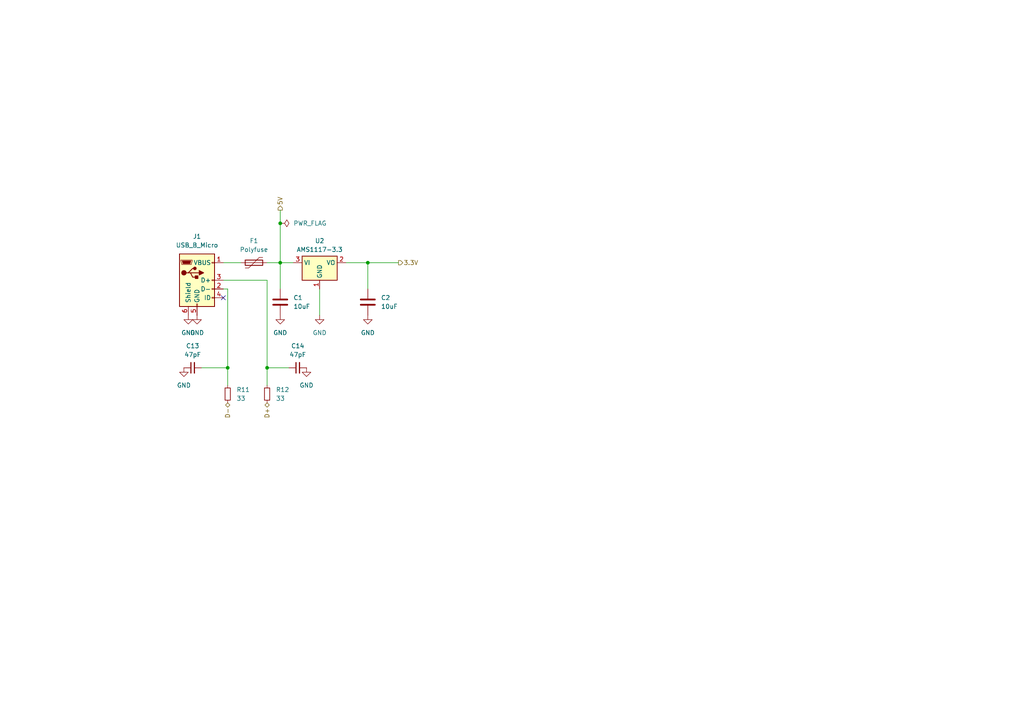
<source format=kicad_sch>
(kicad_sch (version 20250114) (generator "eeschema") (generator_version "9.0")
  (paper "A4")
  (lib_symbols
    (symbol "Connector:USB_B_Micro" (pin_names (offset 1.016))
      (property "Reference" "J1" (at 0 12.7 0))
      (property "Value" "USB_B_Micro" (at 0 10.16 0))
      (symbol "USB_B_Micro_0_1"
        (rectangle (start -5.08 -7.62) (end 5.08 7.62) (stroke (width 0.254)) (fill (type background)))
        (polyline (pts (xy -4.699 5.842) (xy -4.699 5.588) (xy -4.445 4.826) (xy -4.445 4.572) (xy -1.651 4.572) (xy -1.651 4.826) (xy -1.397 5.588) (xy -1.397 5.842) (xy -4.699 5.842)))
        (polyline (pts (xy -4.318 5.588) (xy -1.778 5.588) (xy -2.032 4.826) (xy -4.064 4.826) (xy -4.318 5.588)) (fill (type outline)))
        (circle (center -3.81 2.159) (radius 0.635) (stroke (width 0.254)) (fill (type outline)))
        (polyline (pts (xy -3.175 2.159) (xy -2.54 2.159) (xy -1.27 3.429) (xy -0.635 3.429)) (stroke (width 0.254)))
        (polyline (pts (xy -2.54 2.159) (xy -1.905 2.159) (xy -1.27 0.889) (xy 0 0.889)) (stroke (width 0.254)))
        (polyline (pts (xy -1.905 2.159) (xy 0.635 2.159)) (stroke (width 0.254)))
        (circle (center -0.635 3.429) (radius 0.381) (stroke (width 0.254)) (fill (type outline)))
        (rectangle (start -0.127 -7.62) (end 0.127 -6.858))
        (rectangle (start 0.254 1.27) (end -0.508 0.508) (stroke (width 0.254)) (fill (type outline)))
        (polyline (pts (xy 0.635 2.794) (xy 0.635 1.524) (xy 1.905 2.159) (xy 0.635 2.794)) (stroke (width 0.254)) (fill (type outline)))
        (rectangle (start 5.08 4.953) (end 4.318 5.207))
        (rectangle (start 5.08 -0.127) (end 4.318 0.127))
        (rectangle (start 5.08 -2.667) (end 4.318 -2.413))
        (rectangle (start 5.08 -5.207) (end 4.318 -4.953))
      )
      (symbol "USB_B_Micro_1_1"
        (pin passive line (at -2.54 -10.16 90) (length 2.54) (name "Shield") (number "6"))
        (pin power_out line (at 0 -10.16 90) (length 2.54) (name "GND") (number "5"))
        (pin power_out line (at 7.62 5.08 180) (length 2.54) (name "VBUS") (number "1"))
        (pin bidirectional line (at 7.62 0 180) (length 2.54) (name "D+") (number "3"))
        (pin bidirectional line (at 7.62 -2.54 180) (length 2.54) (name "D-") (number "2"))
        (pin passive line (at 7.62 -5.08 180) (length 2.54) (name "ID") (number "4"))
      )
    )
    (symbol "Device:C" (pin_numbers (hide yes)) (pin_names (offset 0.254))
      (property "Reference" "C" (at 0.635 2.54 0))
      (property "Value" "C" (at 0.635 -2.54 0))
      (symbol "C_0_1"
        (polyline (pts (xy -2.032 0.762) (xy 2.032 0.762)) (stroke (width 0.508)))
        (polyline (pts (xy -2.032 -0.762) (xy 2.032 -0.762)) (stroke (width 0.508)))
      )
      (symbol "C_1_1"
        (pin passive line (at 0 3.81 270) (length 2.794) (name "~") (number "1"))
        (pin passive line (at 0 -3.81 90) (length 2.794) (name "~") (number "2"))
      )
    )
    (symbol "Device:C_Small" (pin_numbers (hide yes)) (pin_names (offset 0.254) (hide yes))
      (property "Reference" "C" (at 0.254 1.778 0))
      (property "Value" "C_Small" (at 0.254 -2.032 0))
      (symbol "C_Small_0_1"
        (polyline (pts (xy -1.524 0.508) (xy 1.524 0.508)) (stroke (width 0.3048)))
        (polyline (pts (xy -1.524 -0.508) (xy 1.524 -0.508)) (stroke (width 0.3302)))
      )
      (symbol "C_Small_1_1"
        (pin passive line (at 0 2.54 270) (length 2.032) (name "~") (number "1"))
        (pin passive line (at 0 -2.54 90) (length 2.032) (name "~") (number "2"))
      )
    )
    (symbol "Device:Polyfuse" (pin_numbers (hide yes)) (pin_names (offset 0))
      (property "Reference" "F" (at -2.54 0 90))
      (property "Value" "Polyfuse" (at 2.54 0 90))
      (symbol "Polyfuse_0_1"
        (polyline (pts (xy -1.524 2.54) (xy -1.524 1.524) (xy 1.524 -1.524) (xy 1.524 -2.54)))
        (rectangle (start -0.762 2.54) (end 0.762 -2.54) (stroke (width 0.254)))
        (polyline (pts (xy 0 2.54) (xy 0 -2.54)))
      )
      (symbol "Polyfuse_1_1"
        (pin passive line (at 0 3.81 270) (length 1.27) (name "~") (number "1"))
        (pin passive line (at 0 -3.81 90) (length 1.27) (name "~") (number "2"))
      )
    )
    (symbol "Device:R_Small" (pin_numbers (hide yes)) (pin_names (offset 0.254) (hide yes))
      (property "Reference" "R" (at 0.762 0.508 0))
      (property "Value" "R_Small" (at 0.762 -1.016 0))
      (symbol "R_Small_0_1"
        (rectangle (start -0.762 1.778) (end 0.762 -1.778) (stroke (width 0.2032)))
      )
      (symbol "R_Small_1_1"
        (pin passive line (at 0 2.54 270) (length 0.762) (name "~") (number "1"))
        (pin passive line (at 0 -2.54 90) (length 0.762) (name "~") (number "2"))
      )
    )
    (symbol "Regulator_Linear:AMS1117-3.3"
      (property "Reference" "U" (at -3.81 3.175 0))
      (property "Value" "AMS1117-3.3" (at 0 3.175 0))
      (symbol "AMS1117-3.3_0_1"
        (rectangle (start -5.08 -5.08) (end 5.08 1.905) (stroke (width 0.254)) (fill (type background)))
      )
      (symbol "AMS1117-3.3_1_1"
        (pin power_in line (at -7.62 0 0) (length 2.54) (name "VI") (number "3"))
        (pin power_in line (at 0 -7.62 90) (length 2.54) (name "GND") (number "1"))
        (pin power_out line (at 7.62 0 180) (length 2.54) (name "VO") (number "2"))
      )
    )
    (symbol "power:GND" (power) (pin_numbers (hide yes)) (pin_names (offset 0) (hide yes))
      (property "Value" "GND" (at 0 -3.81 0))
      (symbol "GND_0_1"
        (polyline (pts (xy 0 0) (xy 0 -1.27) (xy 1.27 -1.27) (xy 0 -2.54) (xy -1.27 -1.27) (xy 0 -1.27)))
      )
      (symbol "GND_1_1"
        (pin power_in line (at 0 0 270) (length 0) (name "~") (number "1"))
      )
    )
    (symbol "power:PWR_FLAG" (power) (pin_numbers (hide yes)) (pin_names (offset 0) (hide yes))
      (property "Value" "PWR_FLAG" (at 0 3.81 0))
      (symbol "PWR_FLAG_0_0"
        (pin power_out line (at 0 0 90) (length 0) (name "~") (number "1"))
      )
      (symbol "PWR_FLAG_0_1"
        (polyline (pts (xy 0 0) (xy 0 1.27) (xy -1.016 1.905) (xy 0 2.54) (xy 1.016 1.905) (xy 0 1.27)))
      )
    )
  )
  (junction (at 106.68 76.2))
  (junction (at 77.47 106.68))
  (junction (at 66.04 106.68))
  (junction (at 81.28 76.2))
  (junction (at 81.28 64.77))
  (no_connect (at 64.77 86.36))
  (wire (pts (xy 58.42 106.68) (xy 66.04 106.68)))
  (wire (pts (xy 64.77 76.2) (xy 69.85 76.2)))
  (wire (pts (xy 81.28 83.82) (xy 81.28 76.2)))
  (wire (pts (xy 64.77 81.28) (xy 77.47 81.28)))
  (wire (pts (xy 81.28 64.77) (xy 81.28 76.2)))
  (wire (pts (xy 77.47 81.28) (xy 77.47 106.68)))
  (wire (pts (xy 77.47 106.68) (xy 77.47 111.76)))
  (wire (pts (xy 92.71 91.44) (xy 92.71 83.82)))
  (wire (pts (xy 77.47 76.2) (xy 81.28 76.2)))
  (wire (pts (xy 106.68 76.2) (xy 115.57 76.2)))
  (wire (pts (xy 81.28 60.96) (xy 81.28 64.77)))
  (wire (pts (xy 66.04 83.82) (xy 66.04 106.68)))
  (wire (pts (xy 81.28 76.2) (xy 85.09 76.2)))
  (wire (pts (xy 64.77 83.82) (xy 66.04 83.82)))
  (wire (pts (xy 77.47 106.68) (xy 83.82 106.68)))
  (wire (pts (xy 106.68 83.82) (xy 106.68 76.2)))
  (wire (pts (xy 100.33 76.2) (xy 106.68 76.2)))
  (wire (pts (xy 66.04 106.68) (xy 66.04 111.76)))
  (hierarchical_label "D-" (shape bidirectional) (at 66.04 116.84 270))
  (hierarchical_label "D+" (shape bidirectional) (at 77.47 116.84 270))
  (hierarchical_label "5V" (shape output) (at 81.28 60.96 90))
  (hierarchical_label "3.3V" (shape output) (at 115.57 76.2 0))
  (symbol (lib_id "power:PWR_FLAG") (at 81.28 64.77 270) (unit 1)
    (property "Reference" "#FLG01" (effects (hide yes)))
    (property "Value" "PWR_FLAG" (at 85.09 64.7699 90) (effects (justify left)))
    (property "Description" "Special symbol for telling ERC where power comes from" (effects (hide yes)))
  )
  (symbol (lib_id "Device:C") (at 106.68 87.63 0) (unit 1)
    (property "Reference" "C2" (at 110.49 86.3599 0) (effects (justify left)))
    (property "Value" "10uF" (at 110.49 88.8999 0) (effects (justify left)))
    (property "Description" "Unpolarized capacitor" (effects (hide yes)))
  )
  (symbol (lib_id "power:GND") (at 53.34 106.68 0) (unit 1)
    (property "Reference" "#PWR030" (effects (hide yes)))
    (property "Value" "GND" (at 53.34 111.76 0))
    (property "Description" "Power symbol creates a global label with name \"GND\" , ground" (effects (hide yes)))
  )
  (symbol (lib_id "power:GND") (at 81.28 91.44 0) (unit 1)
    (property "Reference" "#PWR03" (effects (hide yes)))
    (property "Value" "GND" (at 81.28 96.52 0))
    (property "Description" "Power symbol creates a global label with name \"GND\" , ground" (effects (hide yes)))
  )
  (symbol (lib_id "Device:C_Small") (at 55.88 106.68 90) (unit 1)
    (property "Reference" "C13" (at 55.8863 100.33 90))
    (property "Value" "47pF" (at 55.8863 102.87 90))
    (property "Description" "Unpolarized capacitor, small symbol" (effects (hide yes)))
  )
  (symbol (lib_id "Device:Polyfuse") (at 73.66 76.2 90) (unit 1)
    (property "Reference" "F1" (at 73.66 69.85 90))
    (property "Value" "Polyfuse" (at 73.66 72.39 90))
    (property "Description" "Resettable fuse, polymeric positive temperature coefficient" (effects (hide yes)))
  )
  (symbol (lib_id "power:GND") (at 106.68 91.44 0) (unit 1)
    (property "Reference" "#PWR05" (effects (hide yes)))
    (property "Value" "GND" (at 106.68 96.52 0))
    (property "Description" "Power symbol creates a global label with name \"GND\" , ground" (effects (hide yes)))
  )
  (symbol (lib_id "Device:R_Small") (at 66.04 114.3 0) (unit 1)
    (property "Reference" "R11" (at 68.58 113.0299 0) (effects (justify left)))
    (property "Value" "33" (at 68.58 115.5699 0) (effects (justify left)))
    (property "Description" "Resistor, small symbol" (effects (hide yes)))
  )
  (symbol (lib_id "power:GND") (at 57.15 91.44 0) (unit 1)
    (property "Reference" "#PWR02" (effects (hide yes)))
    (property "Value" "GND" (at 57.15 96.52 0))
    (property "Description" "Power symbol creates a global label with name \"GND\" , ground" (effects (hide yes)))
  )
  (symbol (lib_id "power:GND") (at 92.71 91.44 0) (unit 1)
    (property "Reference" "#PWR04" (effects (hide yes)))
    (property "Value" "GND" (at 92.71 96.52 0))
    (property "Description" "Power symbol creates a global label with name \"GND\" , ground" (effects (hide yes)))
  )
  (symbol (lib_id "Device:C") (at 81.28 87.63 0) (unit 1)
    (property "Reference" "C1" (at 85.09 86.3599 0) (effects (justify left)))
    (property "Value" "10uF" (at 85.09 88.8999 0) (effects (justify left)))
    (property "Description" "Unpolarized capacitor" (effects (hide yes)))
  )
  (symbol (lib_id "power:GND") (at 88.9 106.68 0) (unit 1)
    (property "Reference" "#PWR031" (effects (hide yes)))
    (property "Value" "GND" (at 88.9 111.76 0))
    (property "Description" "Power symbol creates a global label with name \"GND\" , ground" (effects (hide yes)))
  )
  (symbol (lib_id "power:GND") (at 54.61 91.44 0) (unit 1)
    (property "Reference" "#PWR01" (effects (hide yes)))
    (property "Value" "GND" (at 54.61 96.52 0))
    (property "Description" "Power symbol creates a global label with name \"GND\" , ground" (effects (hide yes)))
  )
  (symbol (lib_id "Regulator_Linear:AMS1117-3.3") (at 92.71 76.2 0) (unit 1)
    (property "Reference" "U2" (at 92.71 69.85 0))
    (property "Value" "AMS1117-3.3" (at 92.71 72.39 0))
    (property "Footprint" "Package_TO_SOT_SMD:SOT-223-3_TabPin2" (effects (hide yes)))
    (property "Datasheet" "http://www.advanced-monolithic.com/pdf/ds1117.pdf" (effects (hide yes)))
    (property "Description" "1A Low Dropout regulator, positive, 3.3V fixed output, SOT-223" (effects (hide yes)))
  )
  (symbol (lib_id "Device:C_Small") (at 86.36 106.68 90) (unit 1)
    (property "Reference" "C14" (at 86.3663 100.33 90))
    (property "Value" "47pF" (at 86.3663 102.87 90))
    (property "Description" "Unpolarized capacitor, small symbol" (effects (hide yes)))
  )
  (symbol (lib_id "Device:R_Small") (at 77.47 114.3 0) (unit 1)
    (property "Reference" "R12" (at 80.01 113.0299 0) (effects (justify left)))
    (property "Value" "33" (at 80.01 115.5699 0) (effects (justify left)))
    (property "Description" "Resistor, small symbol" (effects (hide yes)))
  )
  (symbol (lib_id "Connector:USB_B_Micro") (at 57.15 81.28 0) (unit 1)
    (property "Reference" "J1" (at 57.15 68.58 0))
    (property "Value" "USB_B_Micro" (at 57.15 71.12 0))
    (property "Description" "USB Micro Type B connector" (effects (hide yes)))
  )
)
</source>
